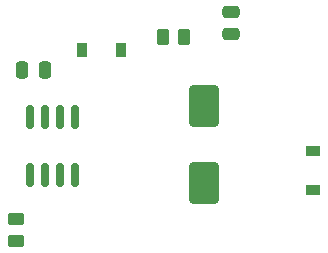
<source format=gbr>
%TF.GenerationSoftware,KiCad,Pcbnew,8.0.3*%
%TF.CreationDate,2024-09-12T16:22:09+02:00*%
%TF.ProjectId,LG-remote,4c472d72-656d-46f7-9465-2e6b69636164,rev?*%
%TF.SameCoordinates,Original*%
%TF.FileFunction,Paste,Top*%
%TF.FilePolarity,Positive*%
%FSLAX46Y46*%
G04 Gerber Fmt 4.6, Leading zero omitted, Abs format (unit mm)*
G04 Created by KiCad (PCBNEW 8.0.3) date 2024-09-12 16:22:09*
%MOMM*%
%LPD*%
G01*
G04 APERTURE LIST*
G04 Aperture macros list*
%AMRoundRect*
0 Rectangle with rounded corners*
0 $1 Rounding radius*
0 $2 $3 $4 $5 $6 $7 $8 $9 X,Y pos of 4 corners*
0 Add a 4 corners polygon primitive as box body*
4,1,4,$2,$3,$4,$5,$6,$7,$8,$9,$2,$3,0*
0 Add four circle primitives for the rounded corners*
1,1,$1+$1,$2,$3*
1,1,$1+$1,$4,$5*
1,1,$1+$1,$6,$7*
1,1,$1+$1,$8,$9*
0 Add four rect primitives between the rounded corners*
20,1,$1+$1,$2,$3,$4,$5,0*
20,1,$1+$1,$4,$5,$6,$7,0*
20,1,$1+$1,$6,$7,$8,$9,0*
20,1,$1+$1,$8,$9,$2,$3,0*%
G04 Aperture macros list end*
%ADD10R,1.200000X0.900000*%
%ADD11RoundRect,0.250000X1.000000X-1.500000X1.000000X1.500000X-1.000000X1.500000X-1.000000X-1.500000X0*%
%ADD12RoundRect,0.250000X-0.262500X-0.450000X0.262500X-0.450000X0.262500X0.450000X-0.262500X0.450000X0*%
%ADD13RoundRect,0.250000X-0.250000X-0.475000X0.250000X-0.475000X0.250000X0.475000X-0.250000X0.475000X0*%
%ADD14RoundRect,0.150000X0.150000X-0.825000X0.150000X0.825000X-0.150000X0.825000X-0.150000X-0.825000X0*%
%ADD15RoundRect,0.250000X-0.450000X0.262500X-0.450000X-0.262500X0.450000X-0.262500X0.450000X0.262500X0*%
%ADD16RoundRect,0.250000X0.475000X-0.250000X0.475000X0.250000X-0.475000X0.250000X-0.475000X-0.250000X0*%
%ADD17R,0.900000X1.200000*%
G04 APERTURE END LIST*
D10*
%TO.C,D1*%
X139573000Y-93725000D03*
X139573000Y-90425000D03*
%TD*%
D11*
%TO.C,C3*%
X130302000Y-93166000D03*
X130302000Y-86666000D03*
%TD*%
D12*
%TO.C,R1*%
X126849500Y-80772000D03*
X128674500Y-80772000D03*
%TD*%
D13*
%TO.C,C2*%
X114940000Y-83566000D03*
X116840000Y-83566000D03*
%TD*%
D14*
%TO.C,U2*%
X115570000Y-92518000D03*
X116840000Y-92518000D03*
X118110000Y-92518000D03*
X119380000Y-92518000D03*
X119380000Y-87568000D03*
X118110000Y-87568000D03*
X116840000Y-87568000D03*
X115570000Y-87568000D03*
%TD*%
D15*
%TO.C,R2*%
X114427000Y-96242500D03*
X114427000Y-98067500D03*
%TD*%
D16*
%TO.C,C1*%
X132588000Y-80579000D03*
X132588000Y-78679000D03*
%TD*%
D17*
%TO.C,D2*%
X123316000Y-81915000D03*
X120016000Y-81915000D03*
%TD*%
M02*

</source>
